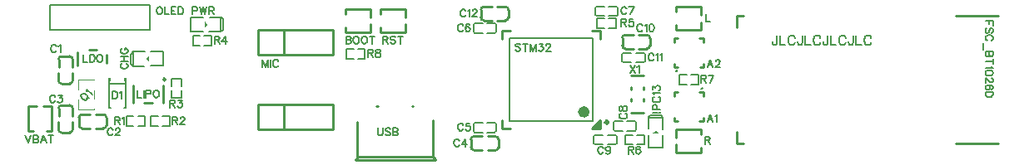
<source format=gto>
G04 Layer: TopSilkscreenLayer*
G04 EasyEDA v6.5.22, 2023-02-02 12:04:13*
G04 e40c6f2ac48d42a8ab01bc531f02f979,d89026aa57f64e8aa15d5895f5b481f1,10*
G04 Gerber Generator version 0.2*
G04 Scale: 100 percent, Rotated: No, Reflected: No *
G04 Dimensions in millimeters *
G04 leading zeros omitted , absolute positions ,4 integer and 5 decimal *
%FSLAX45Y45*%
%MOMM*%

%ADD10C,0.2032*%
%ADD11C,0.1500*%
%ADD12C,0.2540*%
%ADD13C,0.1524*%
%ADD14C,0.2030*%
%ADD15C,0.1250*%
%ADD16C,0.2000*%
%ADD17C,0.6000*%
%ADD18C,0.3000*%
%ADD19C,0.0189*%

%LPD*%
D10*
X7695524Y-349163D02*
G01*
X7695524Y-421807D01*
X7690952Y-435523D01*
X7686380Y-440095D01*
X7677236Y-444667D01*
X7668092Y-444667D01*
X7659202Y-440095D01*
X7654630Y-435523D01*
X7650058Y-421807D01*
X7650058Y-412663D01*
X7725496Y-349163D02*
G01*
X7725496Y-444667D01*
X7725496Y-444667D02*
G01*
X7780106Y-444667D01*
X7878150Y-371769D02*
G01*
X7873578Y-362625D01*
X7864434Y-353735D01*
X7855544Y-349163D01*
X7837256Y-349163D01*
X7828112Y-353735D01*
X7818968Y-362625D01*
X7814650Y-371769D01*
X7810078Y-385485D01*
X7810078Y-408091D01*
X7814650Y-421807D01*
X7818968Y-430951D01*
X7828112Y-440095D01*
X7837256Y-444667D01*
X7855544Y-444667D01*
X7864434Y-440095D01*
X7873578Y-430951D01*
X7878150Y-421807D01*
X7953588Y-349163D02*
G01*
X7953588Y-421807D01*
X7949016Y-435523D01*
X7944444Y-440095D01*
X7935554Y-444667D01*
X7926410Y-444667D01*
X7917266Y-440095D01*
X7912694Y-435523D01*
X7908122Y-421807D01*
X7908122Y-412663D01*
X7983560Y-349163D02*
G01*
X7983560Y-444667D01*
X7983560Y-444667D02*
G01*
X8038170Y-444667D01*
X8136468Y-371769D02*
G01*
X8131896Y-362625D01*
X8122752Y-353735D01*
X8113608Y-349163D01*
X8095320Y-349163D01*
X8086430Y-353735D01*
X8077286Y-362625D01*
X8072714Y-371769D01*
X8068142Y-385485D01*
X8068142Y-408091D01*
X8072714Y-421807D01*
X8077286Y-430951D01*
X8086430Y-440095D01*
X8095320Y-444667D01*
X8113608Y-444667D01*
X8122752Y-440095D01*
X8131896Y-430951D01*
X8136468Y-421807D01*
X8211906Y-349163D02*
G01*
X8211906Y-421807D01*
X8207334Y-435523D01*
X8202762Y-440095D01*
X8193618Y-444667D01*
X8184474Y-444667D01*
X8175330Y-440095D01*
X8171012Y-435523D01*
X8166440Y-421807D01*
X8166440Y-412663D01*
X8241878Y-349163D02*
G01*
X8241878Y-444667D01*
X8241878Y-444667D02*
G01*
X8296234Y-444667D01*
X8394532Y-371769D02*
G01*
X8389960Y-362625D01*
X8380816Y-353735D01*
X8371926Y-349163D01*
X8353638Y-349163D01*
X8344494Y-353735D01*
X8335350Y-362625D01*
X8330778Y-371769D01*
X8326460Y-385485D01*
X8326460Y-408091D01*
X8330778Y-421807D01*
X8335350Y-430951D01*
X8344494Y-440095D01*
X8353638Y-444667D01*
X8371926Y-444667D01*
X8380816Y-440095D01*
X8389960Y-430951D01*
X8394532Y-421807D01*
X8469970Y-349163D02*
G01*
X8469970Y-421807D01*
X8465398Y-435523D01*
X8460826Y-440095D01*
X8451682Y-444667D01*
X8442792Y-444667D01*
X8433648Y-440095D01*
X8429076Y-435523D01*
X8424504Y-421807D01*
X8424504Y-412663D01*
X8499942Y-349163D02*
G01*
X8499942Y-444667D01*
X8499942Y-444667D02*
G01*
X8554552Y-444667D01*
X8652596Y-371769D02*
G01*
X8648278Y-362625D01*
X8639134Y-353735D01*
X8629990Y-349163D01*
X8611702Y-349163D01*
X8602812Y-353735D01*
X8593668Y-362625D01*
X8589096Y-371769D01*
X8584524Y-385485D01*
X8584524Y-408091D01*
X8589096Y-421807D01*
X8593668Y-430951D01*
X8602812Y-440095D01*
X8611702Y-444667D01*
X8629990Y-444667D01*
X8639134Y-440095D01*
X8648278Y-430951D01*
X8652596Y-421807D01*
D11*
X3637534Y-1294384D02*
G01*
X3637534Y-1348739D01*
X3641090Y-1359662D01*
X3648456Y-1367028D01*
X3659377Y-1370584D01*
X3666490Y-1370584D01*
X3677411Y-1367028D01*
X3684777Y-1359662D01*
X3688334Y-1348739D01*
X3688334Y-1294384D01*
X3763263Y-1305305D02*
G01*
X3756152Y-1297939D01*
X3745229Y-1294384D01*
X3730497Y-1294384D01*
X3719575Y-1297939D01*
X3712463Y-1305305D01*
X3712463Y-1312418D01*
X3716020Y-1319784D01*
X3719575Y-1323339D01*
X3726941Y-1326895D01*
X3748786Y-1334262D01*
X3756152Y-1337818D01*
X3759708Y-1341628D01*
X3763263Y-1348739D01*
X3763263Y-1359662D01*
X3756152Y-1367028D01*
X3745229Y-1370584D01*
X3730497Y-1370584D01*
X3719575Y-1367028D01*
X3712463Y-1359662D01*
X3787393Y-1294384D02*
G01*
X3787393Y-1370584D01*
X3787393Y-1294384D02*
G01*
X3819906Y-1294384D01*
X3830827Y-1297939D01*
X3834638Y-1301495D01*
X3838193Y-1308862D01*
X3838193Y-1315973D01*
X3834638Y-1323339D01*
X3830827Y-1326895D01*
X3819906Y-1330705D01*
X3787393Y-1330705D02*
G01*
X3819906Y-1330705D01*
X3830827Y-1334262D01*
X3834638Y-1337818D01*
X3838193Y-1345184D01*
X3838193Y-1356105D01*
X3834638Y-1363471D01*
X3830827Y-1367028D01*
X3819906Y-1370584D01*
X3787393Y-1370584D01*
X4529569Y-100015D02*
G01*
X4526013Y-92649D01*
X4518647Y-85283D01*
X4511281Y-81727D01*
X4496803Y-81727D01*
X4489437Y-85283D01*
X4482325Y-92649D01*
X4478515Y-100015D01*
X4474959Y-110937D01*
X4474959Y-128971D01*
X4478515Y-139893D01*
X4482325Y-147259D01*
X4489437Y-154625D01*
X4496803Y-158181D01*
X4511281Y-158181D01*
X4518647Y-154625D01*
X4526013Y-147259D01*
X4529569Y-139893D01*
X4553445Y-96205D02*
G01*
X4560811Y-92649D01*
X4571733Y-81727D01*
X4571733Y-158181D01*
X4599419Y-100015D02*
G01*
X4599419Y-96205D01*
X4602975Y-89093D01*
X4606531Y-85283D01*
X4613897Y-81727D01*
X4628375Y-81727D01*
X4635741Y-85283D01*
X4639297Y-89093D01*
X4643107Y-96205D01*
X4643107Y-103571D01*
X4639297Y-110937D01*
X4632185Y-121859D01*
X4595609Y-158181D01*
X4646663Y-158181D01*
X962591Y-1181862D02*
G01*
X962591Y-1258062D01*
X962591Y-1181862D02*
G01*
X995103Y-1181862D01*
X1006025Y-1185418D01*
X1009835Y-1188973D01*
X1013391Y-1196339D01*
X1013391Y-1203705D01*
X1009835Y-1210818D01*
X1006025Y-1214373D01*
X995103Y-1218184D01*
X962591Y-1218184D01*
X987991Y-1218184D02*
G01*
X1013391Y-1258062D01*
X1037521Y-1196339D02*
G01*
X1044633Y-1192784D01*
X1055555Y-1181862D01*
X1055555Y-1258062D01*
X1549897Y-1181671D02*
G01*
X1549897Y-1258125D01*
X1549897Y-1181671D02*
G01*
X1582663Y-1181671D01*
X1593585Y-1185481D01*
X1597395Y-1189037D01*
X1600951Y-1196403D01*
X1600951Y-1203515D01*
X1597395Y-1210881D01*
X1593585Y-1214437D01*
X1582663Y-1218247D01*
X1549897Y-1218247D01*
X1575551Y-1218247D02*
G01*
X1600951Y-1258125D01*
X1628637Y-1199959D02*
G01*
X1628637Y-1196403D01*
X1632193Y-1189037D01*
X1635749Y-1185481D01*
X1643115Y-1181671D01*
X1657593Y-1181671D01*
X1664959Y-1185481D01*
X1668515Y-1189037D01*
X1672071Y-1196403D01*
X1672071Y-1203515D01*
X1668515Y-1210881D01*
X1661149Y-1221803D01*
X1624827Y-1258125D01*
X1675881Y-1258125D01*
X1975111Y-356753D02*
G01*
X1975111Y-433207D01*
X1975111Y-356753D02*
G01*
X2007623Y-356753D01*
X2018545Y-360309D01*
X2022355Y-364119D01*
X2025911Y-371231D01*
X2025911Y-378597D01*
X2022355Y-385963D01*
X2018545Y-389519D01*
X2007623Y-393075D01*
X1975111Y-393075D01*
X2000511Y-393075D02*
G01*
X2025911Y-433207D01*
X2086363Y-356753D02*
G01*
X2049787Y-407807D01*
X2104397Y-407807D01*
X2086363Y-356753D02*
G01*
X2086363Y-433207D01*
X6112416Y-181813D02*
G01*
X6112416Y-258013D01*
X6112416Y-181813D02*
G01*
X6145182Y-181813D01*
X6156104Y-185369D01*
X6159660Y-188925D01*
X6163470Y-196291D01*
X6163470Y-203657D01*
X6159660Y-210769D01*
X6156104Y-214579D01*
X6145182Y-218135D01*
X6112416Y-218135D01*
X6137816Y-218135D02*
G01*
X6163470Y-258013D01*
X6231034Y-181813D02*
G01*
X6194712Y-181813D01*
X6191156Y-214579D01*
X6194712Y-210769D01*
X6205634Y-207213D01*
X6216556Y-207213D01*
X6227478Y-210769D01*
X6234590Y-218135D01*
X6238400Y-229057D01*
X6238400Y-236423D01*
X6234590Y-247345D01*
X6227478Y-254457D01*
X6216556Y-258013D01*
X6205634Y-258013D01*
X6194712Y-254457D01*
X6191156Y-250901D01*
X6187346Y-243535D01*
X6187376Y-1481772D02*
G01*
X6187376Y-1558226D01*
X6187376Y-1481772D02*
G01*
X6220142Y-1481772D01*
X6231064Y-1485328D01*
X6234874Y-1489138D01*
X6238430Y-1496250D01*
X6238430Y-1503616D01*
X6234874Y-1510982D01*
X6231064Y-1514538D01*
X6220142Y-1518094D01*
X6187376Y-1518094D01*
X6213030Y-1518094D02*
G01*
X6238430Y-1558226D01*
X6305994Y-1492694D02*
G01*
X6302438Y-1485328D01*
X6291516Y-1481772D01*
X6284150Y-1481772D01*
X6273228Y-1485328D01*
X6266116Y-1496250D01*
X6262306Y-1514538D01*
X6262306Y-1532572D01*
X6266116Y-1547304D01*
X6273228Y-1554416D01*
X6284150Y-1558226D01*
X6287960Y-1558226D01*
X6298882Y-1554416D01*
X6305994Y-1547304D01*
X6309550Y-1536382D01*
X6309550Y-1532572D01*
X6305994Y-1521650D01*
X6298882Y-1514538D01*
X6287960Y-1510982D01*
X6284150Y-1510982D01*
X6273228Y-1514538D01*
X6266116Y-1521650D01*
X6262306Y-1532572D01*
X6924997Y-756838D02*
G01*
X6924997Y-833038D01*
X6924997Y-756838D02*
G01*
X6957763Y-756838D01*
X6968685Y-760394D01*
X6972241Y-763950D01*
X6975797Y-771316D01*
X6975797Y-778682D01*
X6972241Y-785794D01*
X6968685Y-789604D01*
X6957763Y-793160D01*
X6924997Y-793160D01*
X6950397Y-793160D02*
G01*
X6975797Y-833038D01*
X7050727Y-756838D02*
G01*
X7014405Y-833038D01*
X6999927Y-756838D02*
G01*
X7050727Y-756838D01*
X3537379Y-494289D02*
G01*
X3537379Y-570743D01*
X3537379Y-494289D02*
G01*
X3570145Y-494289D01*
X3581067Y-497845D01*
X3584877Y-501655D01*
X3588433Y-508767D01*
X3588433Y-516133D01*
X3584877Y-523245D01*
X3581067Y-527055D01*
X3570145Y-530611D01*
X3537379Y-530611D01*
X3563033Y-530611D02*
G01*
X3588433Y-570743D01*
X3630597Y-494289D02*
G01*
X3619675Y-497845D01*
X3616119Y-505211D01*
X3616119Y-512577D01*
X3619675Y-519689D01*
X3627041Y-523245D01*
X3641519Y-527055D01*
X3652441Y-530611D01*
X3659553Y-537977D01*
X3663363Y-545089D01*
X3663363Y-556011D01*
X3659553Y-563377D01*
X3655997Y-566933D01*
X3645075Y-570743D01*
X3630597Y-570743D01*
X3619675Y-566933D01*
X3616119Y-563377D01*
X3612309Y-556011D01*
X3612309Y-545089D01*
X3616119Y-537977D01*
X3623231Y-530611D01*
X3634153Y-527055D01*
X3648885Y-523245D01*
X3655997Y-519689D01*
X3659553Y-512577D01*
X3659553Y-505211D01*
X3655997Y-497845D01*
X3645075Y-494289D01*
X3630597Y-494289D01*
X1525013Y-1006729D02*
G01*
X1525013Y-1083182D01*
X1525013Y-1006729D02*
G01*
X1557779Y-1006729D01*
X1568701Y-1010285D01*
X1572257Y-1014095D01*
X1575813Y-1021206D01*
X1575813Y-1028572D01*
X1572257Y-1035938D01*
X1568701Y-1039495D01*
X1557779Y-1043051D01*
X1525013Y-1043051D01*
X1550413Y-1043051D02*
G01*
X1575813Y-1083182D01*
X1607055Y-1006729D02*
G01*
X1647187Y-1006729D01*
X1625343Y-1035938D01*
X1636265Y-1035938D01*
X1643631Y-1039495D01*
X1647187Y-1043051D01*
X1650743Y-1053972D01*
X1650743Y-1061338D01*
X1647187Y-1072261D01*
X1639821Y-1079372D01*
X1628899Y-1083182D01*
X1617977Y-1083182D01*
X1607055Y-1079372D01*
X1603499Y-1075817D01*
X1599943Y-1068704D01*
X6431714Y-1133952D02*
G01*
X6482768Y-1133952D01*
X6500802Y-1133952D02*
G01*
X6504612Y-1137508D01*
X6508168Y-1133952D01*
X6504612Y-1130142D01*
X6500802Y-1133952D01*
X6431714Y-1106266D02*
G01*
X6508168Y-1106266D01*
X6431714Y-1106266D02*
G01*
X6431714Y-1073500D01*
X6435270Y-1062578D01*
X6439080Y-1059022D01*
X6446192Y-1055212D01*
X6457114Y-1055212D01*
X6464480Y-1059022D01*
X6468036Y-1062578D01*
X6471846Y-1073500D01*
X6471846Y-1106266D01*
X6450002Y-976726D02*
G01*
X6442636Y-980282D01*
X6435270Y-987648D01*
X6431714Y-995014D01*
X6431714Y-1009492D01*
X6435270Y-1016858D01*
X6442636Y-1023970D01*
X6450002Y-1027780D01*
X6460924Y-1031336D01*
X6478958Y-1031336D01*
X6489880Y-1027780D01*
X6497246Y-1023970D01*
X6504612Y-1016858D01*
X6508168Y-1009492D01*
X6508168Y-995014D01*
X6504612Y-987648D01*
X6497246Y-980282D01*
X6489880Y-976726D01*
X6446192Y-952850D02*
G01*
X6442636Y-945484D01*
X6431714Y-934562D01*
X6508168Y-934562D01*
X6431714Y-903320D02*
G01*
X6431714Y-863442D01*
X6460924Y-885032D01*
X6460924Y-874110D01*
X6464480Y-866998D01*
X6468036Y-863442D01*
X6478958Y-859632D01*
X6486324Y-859632D01*
X6497246Y-863442D01*
X6504612Y-870554D01*
X6508168Y-881476D01*
X6508168Y-892398D01*
X6504612Y-903320D01*
X6500802Y-906876D01*
X6493690Y-910686D01*
X1037513Y-632899D02*
G01*
X1030147Y-636709D01*
X1022781Y-643821D01*
X1019225Y-651187D01*
X1019225Y-665665D01*
X1022781Y-673031D01*
X1030147Y-680143D01*
X1037513Y-683953D01*
X1048435Y-687509D01*
X1066469Y-687509D01*
X1077391Y-683953D01*
X1084757Y-680143D01*
X1092123Y-673031D01*
X1095679Y-665665D01*
X1095679Y-651187D01*
X1092123Y-643821D01*
X1084757Y-636709D01*
X1077391Y-632899D01*
X1019225Y-609023D02*
G01*
X1095679Y-609023D01*
X1019225Y-557969D02*
G01*
X1095679Y-557969D01*
X1055547Y-609023D02*
G01*
X1055547Y-557969D01*
X1037513Y-479483D02*
G01*
X1030147Y-483039D01*
X1022781Y-490405D01*
X1019225Y-497771D01*
X1019225Y-512249D01*
X1022781Y-519615D01*
X1030147Y-526727D01*
X1037513Y-530283D01*
X1048435Y-534093D01*
X1066469Y-534093D01*
X1077391Y-530283D01*
X1084757Y-526727D01*
X1092123Y-519615D01*
X1095679Y-512249D01*
X1095679Y-497771D01*
X1092123Y-490405D01*
X1084757Y-483039D01*
X1077391Y-479483D01*
X1066469Y-479483D01*
X1066469Y-497771D02*
G01*
X1066469Y-479483D01*
X1749986Y-56728D02*
G01*
X1749986Y-133182D01*
X1749986Y-56728D02*
G01*
X1782752Y-56728D01*
X1793674Y-60284D01*
X1797230Y-64094D01*
X1800786Y-71206D01*
X1800786Y-82128D01*
X1797230Y-89494D01*
X1793674Y-93050D01*
X1782752Y-96860D01*
X1749986Y-96860D01*
X1824916Y-56728D02*
G01*
X1843204Y-133182D01*
X1861238Y-56728D02*
G01*
X1843204Y-133182D01*
X1861238Y-56728D02*
G01*
X1879526Y-133182D01*
X1897560Y-56728D02*
G01*
X1879526Y-133182D01*
X1921690Y-56728D02*
G01*
X1921690Y-133182D01*
X1921690Y-56728D02*
G01*
X1954456Y-56728D01*
X1965378Y-60284D01*
X1968934Y-64094D01*
X1972490Y-71206D01*
X1972490Y-78572D01*
X1968934Y-85938D01*
X1965378Y-89494D01*
X1954456Y-93050D01*
X1921690Y-93050D01*
X1947090Y-93050D02*
G01*
X1972490Y-133182D01*
X7016691Y-1156726D02*
G01*
X6987481Y-1233180D01*
X7016691Y-1156726D02*
G01*
X7045647Y-1233180D01*
X6998403Y-1207780D02*
G01*
X7034725Y-1207780D01*
X7069777Y-1171204D02*
G01*
X7076889Y-1167648D01*
X7087811Y-1156726D01*
X7087811Y-1233180D01*
X7016691Y-594230D02*
G01*
X6987481Y-670681D01*
X7016691Y-594230D02*
G01*
X7045647Y-670681D01*
X6998403Y-645281D02*
G01*
X7034725Y-645281D01*
X7073333Y-612515D02*
G01*
X7073333Y-608708D01*
X7076889Y-601596D01*
X7080699Y-597783D01*
X7087811Y-594230D01*
X7102289Y-594230D01*
X7109655Y-597783D01*
X7113211Y-601596D01*
X7117021Y-608708D01*
X7117021Y-616074D01*
X7113211Y-623440D01*
X7106099Y-634362D01*
X7069777Y-670681D01*
X7120577Y-670681D01*
X3312495Y-356727D02*
G01*
X3312495Y-433181D01*
X3312495Y-356727D02*
G01*
X3345261Y-356727D01*
X3356183Y-360283D01*
X3359739Y-364093D01*
X3363295Y-371205D01*
X3363295Y-378571D01*
X3359739Y-385937D01*
X3356183Y-389493D01*
X3345261Y-393049D01*
X3312495Y-393049D02*
G01*
X3345261Y-393049D01*
X3356183Y-396859D01*
X3359739Y-400415D01*
X3363295Y-407781D01*
X3363295Y-418703D01*
X3359739Y-425815D01*
X3356183Y-429625D01*
X3345261Y-433181D01*
X3312495Y-433181D01*
X3409269Y-356727D02*
G01*
X3401903Y-360283D01*
X3394791Y-367649D01*
X3390981Y-375015D01*
X3387425Y-385937D01*
X3387425Y-403971D01*
X3390981Y-414893D01*
X3394791Y-422259D01*
X3401903Y-429625D01*
X3409269Y-433181D01*
X3423747Y-433181D01*
X3431113Y-429625D01*
X3438225Y-422259D01*
X3442035Y-414893D01*
X3445591Y-403971D01*
X3445591Y-385937D01*
X3442035Y-375015D01*
X3438225Y-367649D01*
X3431113Y-360283D01*
X3423747Y-356727D01*
X3409269Y-356727D01*
X3491311Y-356727D02*
G01*
X3484199Y-360283D01*
X3476833Y-367649D01*
X3473277Y-375015D01*
X3469467Y-385937D01*
X3469467Y-403971D01*
X3473277Y-414893D01*
X3476833Y-422259D01*
X3484199Y-429625D01*
X3491311Y-433181D01*
X3506043Y-433181D01*
X3513155Y-429625D01*
X3520521Y-422259D01*
X3524077Y-414893D01*
X3527887Y-403971D01*
X3527887Y-385937D01*
X3524077Y-375015D01*
X3520521Y-367649D01*
X3513155Y-360283D01*
X3506043Y-356727D01*
X3491311Y-356727D01*
X3577163Y-356727D02*
G01*
X3577163Y-433181D01*
X3551763Y-356727D02*
G01*
X3602563Y-356727D01*
X6974987Y-131721D02*
G01*
X6974987Y-208175D01*
X6974987Y-208175D02*
G01*
X7018675Y-208175D01*
X6962485Y-1381716D02*
G01*
X6962485Y-1458170D01*
X6962485Y-1381716D02*
G01*
X6995251Y-1381716D01*
X7006173Y-1385272D01*
X7009729Y-1389082D01*
X7013285Y-1396194D01*
X7013285Y-1403560D01*
X7009729Y-1410926D01*
X7006173Y-1414482D01*
X6995251Y-1418038D01*
X6962485Y-1418038D01*
X6987885Y-1418038D02*
G01*
X7013285Y-1458170D01*
X3687493Y-356727D02*
G01*
X3687493Y-433181D01*
X3687493Y-356727D02*
G01*
X3720259Y-356727D01*
X3731181Y-360283D01*
X3734737Y-364093D01*
X3738293Y-371205D01*
X3738293Y-378571D01*
X3734737Y-385937D01*
X3731181Y-389493D01*
X3720259Y-393049D01*
X3687493Y-393049D01*
X3712893Y-393049D02*
G01*
X3738293Y-433181D01*
X3813223Y-367649D02*
G01*
X3806111Y-360283D01*
X3795189Y-356727D01*
X3780457Y-356727D01*
X3769789Y-360283D01*
X3762423Y-367649D01*
X3762423Y-375015D01*
X3765979Y-382127D01*
X3769789Y-385937D01*
X3776901Y-389493D01*
X3798745Y-396859D01*
X3806111Y-400415D01*
X3809667Y-403971D01*
X3813223Y-411337D01*
X3813223Y-422259D01*
X3806111Y-429625D01*
X3795189Y-433181D01*
X3780457Y-433181D01*
X3769789Y-429625D01*
X3762423Y-422259D01*
X3862753Y-356727D02*
G01*
X3862753Y-433181D01*
X3837353Y-356727D02*
G01*
X3888153Y-356727D01*
X49999Y-1369225D02*
G01*
X79209Y-1445679D01*
X108165Y-1369225D02*
G01*
X79209Y-1445679D01*
X132295Y-1369225D02*
G01*
X132295Y-1445679D01*
X132295Y-1369225D02*
G01*
X164807Y-1369225D01*
X175729Y-1372781D01*
X179539Y-1376591D01*
X183095Y-1383703D01*
X183095Y-1391069D01*
X179539Y-1398435D01*
X175729Y-1401991D01*
X164807Y-1405547D01*
X132295Y-1405547D02*
G01*
X164807Y-1405547D01*
X175729Y-1409357D01*
X179539Y-1412913D01*
X183095Y-1420279D01*
X183095Y-1431201D01*
X179539Y-1438313D01*
X175729Y-1442123D01*
X164807Y-1445679D01*
X132295Y-1445679D01*
X236181Y-1369225D02*
G01*
X206971Y-1445679D01*
X236181Y-1369225D02*
G01*
X265391Y-1445679D01*
X217893Y-1420279D02*
G01*
X254469Y-1420279D01*
X314667Y-1369225D02*
G01*
X314667Y-1445679D01*
X289267Y-1369225D02*
G01*
X340067Y-1369225D01*
X367024Y-462523D02*
G01*
X363468Y-455157D01*
X356102Y-447791D01*
X348990Y-444235D01*
X334258Y-444235D01*
X327146Y-447791D01*
X319780Y-455157D01*
X316224Y-462523D01*
X312414Y-473445D01*
X312414Y-491479D01*
X316224Y-502401D01*
X319780Y-509767D01*
X327146Y-517133D01*
X334258Y-520689D01*
X348990Y-520689D01*
X356102Y-517133D01*
X363468Y-509767D01*
X367024Y-502401D01*
X391154Y-458713D02*
G01*
X398266Y-455157D01*
X409188Y-444235D01*
X409188Y-520689D01*
X942019Y-1312511D02*
G01*
X938463Y-1305145D01*
X931097Y-1297779D01*
X923985Y-1294223D01*
X909253Y-1294223D01*
X902141Y-1297779D01*
X894775Y-1305145D01*
X891219Y-1312511D01*
X887409Y-1323433D01*
X887409Y-1341467D01*
X891219Y-1352389D01*
X894775Y-1359755D01*
X902141Y-1367121D01*
X909253Y-1370677D01*
X923985Y-1370677D01*
X931097Y-1367121D01*
X938463Y-1359755D01*
X942019Y-1352389D01*
X969705Y-1312511D02*
G01*
X969705Y-1308701D01*
X973261Y-1301589D01*
X977071Y-1297779D01*
X984183Y-1294223D01*
X998661Y-1294223D01*
X1006027Y-1297779D01*
X1009583Y-1301589D01*
X1013393Y-1308701D01*
X1013393Y-1316067D01*
X1009583Y-1323433D01*
X1002471Y-1334355D01*
X966149Y-1370677D01*
X1016949Y-1370677D01*
X354523Y-975012D02*
G01*
X350967Y-967646D01*
X343601Y-960280D01*
X336489Y-956724D01*
X321757Y-956724D01*
X314645Y-960280D01*
X307279Y-967646D01*
X303723Y-975012D01*
X299913Y-985934D01*
X299913Y-1003968D01*
X303723Y-1014890D01*
X307279Y-1022256D01*
X314645Y-1029622D01*
X321757Y-1033178D01*
X336489Y-1033178D01*
X343601Y-1029622D01*
X350967Y-1022256D01*
X354523Y-1014890D01*
X385765Y-956724D02*
G01*
X425897Y-956724D01*
X404053Y-985934D01*
X414975Y-985934D01*
X422087Y-989490D01*
X425897Y-993046D01*
X429453Y-1003968D01*
X429453Y-1011334D01*
X425897Y-1022256D01*
X418531Y-1029622D01*
X407609Y-1033178D01*
X396687Y-1033178D01*
X385765Y-1029622D01*
X382209Y-1025812D01*
X378653Y-1018700D01*
X4467014Y-1425013D02*
G01*
X4463458Y-1417647D01*
X4456092Y-1410281D01*
X4448980Y-1406725D01*
X4434248Y-1406725D01*
X4427136Y-1410281D01*
X4419770Y-1417647D01*
X4416214Y-1425013D01*
X4412404Y-1435935D01*
X4412404Y-1453969D01*
X4416214Y-1464891D01*
X4419770Y-1472257D01*
X4427136Y-1479623D01*
X4434248Y-1483179D01*
X4448980Y-1483179D01*
X4456092Y-1479623D01*
X4463458Y-1472257D01*
X4467014Y-1464891D01*
X4527466Y-1406725D02*
G01*
X4491144Y-1457779D01*
X4545500Y-1457779D01*
X4527466Y-1406725D02*
G01*
X4527466Y-1483179D01*
X6329512Y-250014D02*
G01*
X6325956Y-242648D01*
X6318590Y-235282D01*
X6311478Y-231726D01*
X6296746Y-231726D01*
X6289634Y-235282D01*
X6282268Y-242648D01*
X6278712Y-250014D01*
X6274902Y-260936D01*
X6274902Y-278970D01*
X6278712Y-289892D01*
X6282268Y-297258D01*
X6289634Y-304624D01*
X6296746Y-308180D01*
X6311478Y-308180D01*
X6318590Y-304624D01*
X6325956Y-297258D01*
X6329512Y-289892D01*
X6353642Y-246204D02*
G01*
X6360754Y-242648D01*
X6371676Y-231726D01*
X6371676Y-308180D01*
X6417650Y-231726D02*
G01*
X6406728Y-235282D01*
X6399362Y-246204D01*
X6395806Y-264492D01*
X6395806Y-275414D01*
X6399362Y-293702D01*
X6406728Y-304624D01*
X6417650Y-308180D01*
X6424762Y-308180D01*
X6435684Y-304624D01*
X6443050Y-293702D01*
X6446606Y-275414D01*
X6446606Y-264492D01*
X6443050Y-246204D01*
X6435684Y-235282D01*
X6424762Y-231726D01*
X6417650Y-231726D01*
X4504568Y-1262514D02*
G01*
X4501012Y-1255148D01*
X4493646Y-1247782D01*
X4486280Y-1244226D01*
X4471802Y-1244226D01*
X4464436Y-1247782D01*
X4457324Y-1255148D01*
X4453514Y-1262514D01*
X4449958Y-1273436D01*
X4449958Y-1291470D01*
X4453514Y-1302392D01*
X4457324Y-1309758D01*
X4464436Y-1317124D01*
X4471802Y-1320680D01*
X4486280Y-1320680D01*
X4493646Y-1317124D01*
X4501012Y-1309758D01*
X4504568Y-1302392D01*
X4572132Y-1244226D02*
G01*
X4535810Y-1244226D01*
X4532254Y-1276992D01*
X4535810Y-1273436D01*
X4546732Y-1269626D01*
X4557654Y-1269626D01*
X4568576Y-1273436D01*
X4575688Y-1280548D01*
X4579498Y-1291470D01*
X4579498Y-1298836D01*
X4575688Y-1309758D01*
X4568576Y-1317124D01*
X4557654Y-1320680D01*
X4546732Y-1320680D01*
X4535810Y-1317124D01*
X4532254Y-1313314D01*
X4528444Y-1306202D01*
X4504568Y-250014D02*
G01*
X4501012Y-242648D01*
X4493646Y-235282D01*
X4486280Y-231726D01*
X4471802Y-231726D01*
X4464436Y-235282D01*
X4457324Y-242648D01*
X4453514Y-250014D01*
X4449958Y-260936D01*
X4449958Y-278970D01*
X4453514Y-289892D01*
X4457324Y-297258D01*
X4464436Y-304624D01*
X4471802Y-308180D01*
X4486280Y-308180D01*
X4493646Y-304624D01*
X4501012Y-297258D01*
X4504568Y-289892D01*
X4572132Y-242648D02*
G01*
X4568576Y-235282D01*
X4557654Y-231726D01*
X4550288Y-231726D01*
X4539366Y-235282D01*
X4532254Y-246204D01*
X4528444Y-264492D01*
X4528444Y-282780D01*
X4532254Y-297258D01*
X4539366Y-304624D01*
X4550288Y-308180D01*
X4554098Y-308180D01*
X4565020Y-304624D01*
X4572132Y-297258D01*
X4575688Y-286336D01*
X4575688Y-282780D01*
X4572132Y-271858D01*
X4565020Y-264492D01*
X4554098Y-260936D01*
X4550288Y-260936D01*
X4539366Y-264492D01*
X4532254Y-271858D01*
X4528444Y-282780D01*
X6167064Y-75016D02*
G01*
X6163508Y-67650D01*
X6156142Y-60284D01*
X6148776Y-56728D01*
X6134298Y-56728D01*
X6126932Y-60284D01*
X6119820Y-67650D01*
X6116010Y-75016D01*
X6112454Y-85938D01*
X6112454Y-103972D01*
X6116010Y-114894D01*
X6119820Y-122260D01*
X6126932Y-129626D01*
X6134298Y-133182D01*
X6148776Y-133182D01*
X6156142Y-129626D01*
X6163508Y-122260D01*
X6167064Y-114894D01*
X6241994Y-56728D02*
G01*
X6205672Y-133182D01*
X6190940Y-56728D02*
G01*
X6241994Y-56728D01*
X6112502Y-1145420D02*
G01*
X6105136Y-1148976D01*
X6097770Y-1156342D01*
X6094214Y-1163708D01*
X6094214Y-1178186D01*
X6097770Y-1185552D01*
X6105136Y-1192664D01*
X6112502Y-1196474D01*
X6123424Y-1200030D01*
X6141458Y-1200030D01*
X6152380Y-1196474D01*
X6159746Y-1192664D01*
X6167112Y-1185552D01*
X6170668Y-1178186D01*
X6170668Y-1163708D01*
X6167112Y-1156342D01*
X6159746Y-1148976D01*
X6152380Y-1145420D01*
X6094214Y-1103256D02*
G01*
X6097770Y-1114178D01*
X6105136Y-1117734D01*
X6112502Y-1117734D01*
X6119614Y-1114178D01*
X6123424Y-1106812D01*
X6126980Y-1092334D01*
X6130536Y-1081412D01*
X6137902Y-1074300D01*
X6145268Y-1070490D01*
X6156190Y-1070490D01*
X6163302Y-1074300D01*
X6167112Y-1077856D01*
X6170668Y-1088778D01*
X6170668Y-1103256D01*
X6167112Y-1114178D01*
X6163302Y-1117734D01*
X6156190Y-1121544D01*
X6145268Y-1121544D01*
X6137902Y-1117734D01*
X6130536Y-1110622D01*
X6126980Y-1099700D01*
X6123424Y-1084968D01*
X6119614Y-1077856D01*
X6112502Y-1074300D01*
X6105136Y-1074300D01*
X6097770Y-1077856D01*
X6094214Y-1088778D01*
X6094214Y-1103256D01*
X5929566Y-1500012D02*
G01*
X5926010Y-1492646D01*
X5918644Y-1485280D01*
X5911278Y-1481724D01*
X5896800Y-1481724D01*
X5889434Y-1485280D01*
X5882322Y-1492646D01*
X5878512Y-1500012D01*
X5874956Y-1510934D01*
X5874956Y-1528968D01*
X5878512Y-1539890D01*
X5882322Y-1547256D01*
X5889434Y-1554622D01*
X5896800Y-1558178D01*
X5911278Y-1558178D01*
X5918644Y-1554622D01*
X5926010Y-1547256D01*
X5929566Y-1539890D01*
X6000686Y-1507124D02*
G01*
X5997130Y-1518046D01*
X5990018Y-1525412D01*
X5979096Y-1528968D01*
X5975286Y-1528968D01*
X5964364Y-1525412D01*
X5957252Y-1518046D01*
X5953442Y-1507124D01*
X5953442Y-1503568D01*
X5957252Y-1492646D01*
X5964364Y-1485280D01*
X5975286Y-1481724D01*
X5979096Y-1481724D01*
X5990018Y-1485280D01*
X5997130Y-1492646D01*
X6000686Y-1507124D01*
X6000686Y-1525412D01*
X5997130Y-1543700D01*
X5990018Y-1554622D01*
X5979096Y-1558178D01*
X5971730Y-1558178D01*
X5960808Y-1554622D01*
X5957252Y-1547256D01*
X6442064Y-550014D02*
G01*
X6438508Y-542648D01*
X6431142Y-535282D01*
X6423776Y-531726D01*
X6409298Y-531726D01*
X6401932Y-535282D01*
X6394820Y-542648D01*
X6391010Y-550014D01*
X6387454Y-560936D01*
X6387454Y-578970D01*
X6391010Y-589892D01*
X6394820Y-597258D01*
X6401932Y-604624D01*
X6409298Y-608180D01*
X6423776Y-608180D01*
X6431142Y-604624D01*
X6438508Y-597258D01*
X6442064Y-589892D01*
X6465940Y-546204D02*
G01*
X6473306Y-542648D01*
X6484228Y-531726D01*
X6484228Y-608180D01*
X6508104Y-546204D02*
G01*
X6515470Y-542648D01*
X6526392Y-531726D01*
X6526392Y-608180D01*
X937414Y-919226D02*
G01*
X937414Y-995679D01*
X937414Y-919226D02*
G01*
X963068Y-919226D01*
X973736Y-922781D01*
X981102Y-930147D01*
X984658Y-937513D01*
X988468Y-948436D01*
X988468Y-966470D01*
X984658Y-977392D01*
X981102Y-984757D01*
X973736Y-992123D01*
X963068Y-995679D01*
X937414Y-995679D01*
X1012344Y-933704D02*
G01*
X1019710Y-930147D01*
X1030632Y-919226D01*
X1030632Y-995679D01*
X637567Y-544225D02*
G01*
X637567Y-620679D01*
X637567Y-620679D02*
G01*
X681255Y-620679D01*
X705131Y-544225D02*
G01*
X705131Y-620679D01*
X705131Y-544225D02*
G01*
X730531Y-544225D01*
X741453Y-547781D01*
X748819Y-555147D01*
X752375Y-562513D01*
X755931Y-573435D01*
X755931Y-591469D01*
X752375Y-602391D01*
X748819Y-609757D01*
X741453Y-617123D01*
X730531Y-620679D01*
X705131Y-620679D01*
X801905Y-544225D02*
G01*
X794539Y-547781D01*
X787427Y-555147D01*
X783617Y-562513D01*
X780061Y-573435D01*
X780061Y-591469D01*
X783617Y-602391D01*
X787427Y-609757D01*
X794539Y-617123D01*
X801905Y-620679D01*
X816383Y-620679D01*
X823749Y-617123D01*
X830861Y-609757D01*
X834671Y-602391D01*
X838227Y-591469D01*
X838227Y-573435D01*
X834671Y-562513D01*
X830861Y-555147D01*
X823749Y-547781D01*
X816383Y-544225D01*
X801905Y-544225D01*
X1187612Y-906724D02*
G01*
X1187612Y-983178D01*
X1187612Y-983178D02*
G01*
X1231046Y-983178D01*
X1255176Y-906724D02*
G01*
X1255176Y-983178D01*
X1279052Y-906724D02*
G01*
X1279052Y-983178D01*
X1279052Y-906724D02*
G01*
X1311818Y-906724D01*
X1322740Y-910280D01*
X1326296Y-914090D01*
X1330106Y-921202D01*
X1330106Y-932124D01*
X1326296Y-939490D01*
X1322740Y-943046D01*
X1311818Y-946856D01*
X1279052Y-946856D01*
X1375826Y-906724D02*
G01*
X1368460Y-910280D01*
X1361348Y-917646D01*
X1357792Y-925012D01*
X1353982Y-935934D01*
X1353982Y-953968D01*
X1357792Y-964890D01*
X1361348Y-972256D01*
X1368460Y-979622D01*
X1375826Y-983178D01*
X1390304Y-983178D01*
X1397670Y-979622D01*
X1405036Y-972256D01*
X1408592Y-964890D01*
X1412148Y-953968D01*
X1412148Y-935934D01*
X1408592Y-925012D01*
X1405036Y-917646D01*
X1397670Y-910280D01*
X1390304Y-906724D01*
X1375826Y-906724D01*
X2462494Y-594227D02*
G01*
X2462494Y-670681D01*
X2462494Y-594227D02*
G01*
X2491704Y-670681D01*
X2520660Y-594227D02*
G01*
X2491704Y-670681D01*
X2520660Y-594227D02*
G01*
X2520660Y-670681D01*
X2544790Y-594227D02*
G01*
X2544790Y-670681D01*
X2623276Y-612515D02*
G01*
X2619466Y-605149D01*
X2612354Y-597783D01*
X2604988Y-594227D01*
X2590510Y-594227D01*
X2583144Y-597783D01*
X2576032Y-605149D01*
X2572222Y-612515D01*
X2568666Y-623437D01*
X2568666Y-641471D01*
X2572222Y-652393D01*
X2576032Y-659759D01*
X2583144Y-667125D01*
X2590510Y-670681D01*
X2604988Y-670681D01*
X2612354Y-667125D01*
X2619466Y-659759D01*
X2623276Y-652393D01*
X1409341Y-56728D02*
G01*
X1401975Y-60284D01*
X1394863Y-67650D01*
X1391053Y-75016D01*
X1387497Y-85938D01*
X1387497Y-103972D01*
X1391053Y-114894D01*
X1394863Y-122260D01*
X1401975Y-129626D01*
X1409341Y-133182D01*
X1423819Y-133182D01*
X1431185Y-129626D01*
X1438297Y-122260D01*
X1442107Y-114894D01*
X1445663Y-103972D01*
X1445663Y-85938D01*
X1442107Y-75016D01*
X1438297Y-67650D01*
X1431185Y-60284D01*
X1423819Y-56728D01*
X1409341Y-56728D01*
X1469793Y-56728D02*
G01*
X1469793Y-133182D01*
X1469793Y-133182D02*
G01*
X1513227Y-133182D01*
X1537357Y-56728D02*
G01*
X1537357Y-133182D01*
X1537357Y-56728D02*
G01*
X1584601Y-56728D01*
X1537357Y-93050D02*
G01*
X1566313Y-93050D01*
X1537357Y-133182D02*
G01*
X1584601Y-133182D01*
X1608477Y-56728D02*
G01*
X1608477Y-133182D01*
X1608477Y-56728D02*
G01*
X1634131Y-56728D01*
X1645053Y-60284D01*
X1652165Y-67650D01*
X1655975Y-75016D01*
X1659531Y-85938D01*
X1659531Y-103972D01*
X1655975Y-114894D01*
X1652165Y-122260D01*
X1645053Y-129626D01*
X1634131Y-133182D01*
X1608477Y-133182D01*
X620816Y-952449D02*
G01*
X618124Y-960170D01*
X618302Y-970409D01*
X620816Y-978311D01*
X626026Y-988550D01*
X638776Y-1001301D01*
X649015Y-1006510D01*
X656917Y-1009025D01*
X667156Y-1009202D01*
X674878Y-1006510D01*
X685116Y-996271D01*
X687809Y-988550D01*
X687631Y-978311D01*
X685116Y-970409D01*
X679907Y-960170D01*
X667156Y-947420D01*
X656917Y-942210D01*
X649015Y-939695D01*
X638776Y-939518D01*
X631055Y-942210D01*
X620816Y-952449D01*
X672363Y-988550D02*
G01*
X703077Y-988369D01*
X673801Y-919939D02*
G01*
X676315Y-912395D01*
X676315Y-896950D01*
X730377Y-951011D01*
X5088458Y-442648D02*
G01*
X5081092Y-435282D01*
X5070170Y-431726D01*
X5055692Y-431726D01*
X5044770Y-435282D01*
X5037404Y-442648D01*
X5037404Y-450014D01*
X5041214Y-457126D01*
X5044770Y-460936D01*
X5052136Y-464492D01*
X5073980Y-471858D01*
X5081092Y-475414D01*
X5084648Y-478970D01*
X5088458Y-486336D01*
X5088458Y-497258D01*
X5081092Y-504624D01*
X5070170Y-508180D01*
X5055692Y-508180D01*
X5044770Y-504624D01*
X5037404Y-497258D01*
X5137734Y-431726D02*
G01*
X5137734Y-508180D01*
X5112334Y-431726D02*
G01*
X5163388Y-431726D01*
X5187264Y-431726D02*
G01*
X5187264Y-508180D01*
X5187264Y-431726D02*
G01*
X5216474Y-508180D01*
X5245430Y-431726D02*
G01*
X5216474Y-508180D01*
X5245430Y-431726D02*
G01*
X5245430Y-508180D01*
X5276672Y-431726D02*
G01*
X5316804Y-431726D01*
X5294960Y-460936D01*
X5305882Y-460936D01*
X5313248Y-464492D01*
X5316804Y-468048D01*
X5320360Y-478970D01*
X5320360Y-486336D01*
X5316804Y-497258D01*
X5309438Y-504624D01*
X5298516Y-508180D01*
X5287594Y-508180D01*
X5276672Y-504624D01*
X5273116Y-500814D01*
X5269560Y-493702D01*
X5348046Y-450014D02*
G01*
X5348046Y-446204D01*
X5351602Y-439092D01*
X5355412Y-435282D01*
X5362524Y-431726D01*
X5377002Y-431726D01*
X5384368Y-435282D01*
X5387924Y-439092D01*
X5391734Y-446204D01*
X5391734Y-453570D01*
X5387924Y-460936D01*
X5380812Y-471858D01*
X5344490Y-508180D01*
X5395290Y-508180D01*
X6199985Y-656727D02*
G01*
X6250785Y-733181D01*
X6250785Y-656727D02*
G01*
X6199985Y-733181D01*
X6274915Y-671205D02*
G01*
X6282281Y-667649D01*
X6293203Y-656727D01*
X6293203Y-733181D01*
X9893216Y-199956D02*
G01*
X9816762Y-199956D01*
X9893216Y-199956D02*
G01*
X9893216Y-247200D01*
X9856894Y-199956D02*
G01*
X9856894Y-229166D01*
X9882294Y-322130D02*
G01*
X9889660Y-315018D01*
X9893216Y-304096D01*
X9893216Y-289364D01*
X9889660Y-278442D01*
X9882294Y-271330D01*
X9874928Y-271330D01*
X9867816Y-274886D01*
X9864006Y-278442D01*
X9860450Y-285808D01*
X9853084Y-307652D01*
X9849528Y-315018D01*
X9845972Y-318574D01*
X9838606Y-322130D01*
X9827684Y-322130D01*
X9820572Y-315018D01*
X9816762Y-304096D01*
X9816762Y-289364D01*
X9820572Y-278442D01*
X9827684Y-271330D01*
X9874928Y-400616D02*
G01*
X9882294Y-397060D01*
X9889660Y-389694D01*
X9893216Y-382582D01*
X9893216Y-368104D01*
X9889660Y-360738D01*
X9882294Y-353372D01*
X9874928Y-349816D01*
X9864006Y-346260D01*
X9845972Y-346260D01*
X9835050Y-349816D01*
X9827684Y-353372D01*
X9820572Y-360738D01*
X9816762Y-368104D01*
X9816762Y-382582D01*
X9820572Y-389694D01*
X9827684Y-397060D01*
X9835050Y-400616D01*
X9791362Y-424746D02*
G01*
X9791362Y-490278D01*
X9893216Y-514154D02*
G01*
X9816762Y-514154D01*
X9893216Y-514154D02*
G01*
X9893216Y-546920D01*
X9889660Y-557842D01*
X9885850Y-561398D01*
X9878738Y-565208D01*
X9871372Y-565208D01*
X9864006Y-561398D01*
X9860450Y-557842D01*
X9856894Y-546920D01*
X9856894Y-514154D02*
G01*
X9856894Y-546920D01*
X9853084Y-557842D01*
X9849528Y-561398D01*
X9842416Y-565208D01*
X9831494Y-565208D01*
X9824128Y-561398D01*
X9820572Y-557842D01*
X9816762Y-546920D01*
X9816762Y-514154D01*
X9893216Y-614484D02*
G01*
X9816762Y-614484D01*
X9893216Y-589084D02*
G01*
X9893216Y-639884D01*
X9878738Y-664014D02*
G01*
X9882294Y-671380D01*
X9893216Y-682302D01*
X9816762Y-682302D01*
X9893216Y-728022D02*
G01*
X9889660Y-717100D01*
X9878738Y-709734D01*
X9860450Y-706178D01*
X9849528Y-706178D01*
X9831494Y-709734D01*
X9820572Y-717100D01*
X9816762Y-728022D01*
X9816762Y-735388D01*
X9820572Y-746056D01*
X9831494Y-753422D01*
X9849528Y-756978D01*
X9860450Y-756978D01*
X9878738Y-753422D01*
X9889660Y-746056D01*
X9893216Y-735388D01*
X9893216Y-728022D01*
X9874928Y-784664D02*
G01*
X9878738Y-784664D01*
X9885850Y-788474D01*
X9889660Y-792030D01*
X9893216Y-799396D01*
X9893216Y-813874D01*
X9889660Y-820986D01*
X9885850Y-824796D01*
X9878738Y-828352D01*
X9871372Y-828352D01*
X9864006Y-824796D01*
X9853084Y-817430D01*
X9816762Y-781108D01*
X9816762Y-831908D01*
X9882294Y-899726D02*
G01*
X9889660Y-895916D01*
X9893216Y-884994D01*
X9893216Y-877882D01*
X9889660Y-866960D01*
X9878738Y-859594D01*
X9860450Y-856038D01*
X9842416Y-856038D01*
X9827684Y-859594D01*
X9820572Y-866960D01*
X9816762Y-877882D01*
X9816762Y-881438D01*
X9820572Y-892360D01*
X9827684Y-899726D01*
X9838606Y-903282D01*
X9842416Y-903282D01*
X9853084Y-899726D01*
X9860450Y-892360D01*
X9864006Y-881438D01*
X9864006Y-877882D01*
X9860450Y-866960D01*
X9853084Y-859594D01*
X9842416Y-856038D01*
X9893216Y-927158D02*
G01*
X9816762Y-927158D01*
X9893216Y-927158D02*
G01*
X9893216Y-952812D01*
X9889660Y-963734D01*
X9882294Y-970846D01*
X9874928Y-974656D01*
X9864006Y-978212D01*
X9845972Y-978212D01*
X9835050Y-974656D01*
X9827684Y-970846D01*
X9820572Y-963734D01*
X9816762Y-952812D01*
X9816762Y-927158D01*
G36*
X6462471Y-1323492D02*
G01*
X6426504Y-1348486D01*
X6498488Y-1349502D01*
G37*
G36*
X1312011Y-551484D02*
G01*
X1286002Y-587502D01*
X1310995Y-623519D01*
G37*
G36*
X1876501Y-201523D02*
G01*
X1875485Y-273507D01*
X1901494Y-237490D01*
G37*
G36*
X1052220Y-786536D02*
G01*
X1052220Y-817016D01*
X1081735Y-817016D01*
X1081735Y-786536D01*
G37*
G36*
X893267Y-786536D02*
G01*
X893267Y-817016D01*
X922782Y-817016D01*
X922782Y-786536D01*
G37*
G36*
X5900013Y-1213104D02*
G01*
X5813094Y-1300022D01*
X5900013Y-1300022D01*
G37*
D12*
X3430541Y-1587398D02*
G01*
X3430541Y-1594398D01*
X3406541Y-1618399D01*
X4221538Y-1618399D01*
X4221538Y-1615396D01*
X4193540Y-1587398D01*
X4193540Y-1218016D02*
G01*
X4193540Y-1587398D01*
X3449540Y-1587398D01*
X3430541Y-1587398D01*
X3430541Y-1231399D01*
X3639428Y-1072398D02*
G01*
X3621539Y-1072398D01*
X3985651Y-1072398D02*
G01*
X3994424Y-1072398D01*
X4963993Y-85023D02*
G01*
X4963993Y-165026D01*
X4853017Y-54038D02*
G01*
X4933015Y-54038D01*
X4853017Y-196004D02*
G01*
X4933015Y-196004D01*
X4795428Y-53456D02*
G01*
X4715428Y-53456D01*
X4684445Y-84439D02*
G01*
X4684445Y-164437D01*
X4795428Y-195417D02*
G01*
X4715428Y-195417D01*
D13*
X1152375Y-1274856D02*
G01*
X1080571Y-1274856D01*
X1080571Y-1175136D01*
X1152375Y-1175136D01*
X1197617Y-1274856D02*
G01*
X1269420Y-1274856D01*
X1269420Y-1175136D01*
X1197617Y-1175136D01*
X1447617Y-1175136D02*
G01*
X1519420Y-1175136D01*
X1519420Y-1274856D01*
X1447617Y-1274856D01*
X1402374Y-1175136D02*
G01*
X1330571Y-1175136D01*
X1330571Y-1274856D01*
X1402374Y-1274856D01*
X1827375Y-449861D02*
G01*
X1755571Y-449861D01*
X1755571Y-350141D01*
X1827375Y-350141D01*
X1872617Y-449861D02*
G01*
X1944420Y-449861D01*
X1944420Y-350141D01*
X1872617Y-350141D01*
X5985108Y-175140D02*
G01*
X6056911Y-175140D01*
X6056911Y-274861D01*
X5985108Y-274861D01*
X5939866Y-175140D02*
G01*
X5868062Y-175140D01*
X5868062Y-274861D01*
X5939866Y-274861D01*
X6272608Y-1362636D02*
G01*
X6344411Y-1362636D01*
X6344411Y-1462356D01*
X6272608Y-1462356D01*
X6227366Y-1362636D02*
G01*
X6155563Y-1362636D01*
X6155563Y-1462356D01*
X6227366Y-1462356D01*
X6777365Y-849858D02*
G01*
X6705561Y-849858D01*
X6705561Y-750138D01*
X6777365Y-750138D01*
X6822607Y-849858D02*
G01*
X6894410Y-849858D01*
X6894410Y-750138D01*
X6822607Y-750138D01*
X3435113Y-487639D02*
G01*
X3506917Y-487639D01*
X3506917Y-587359D01*
X3435113Y-587359D01*
X3389871Y-487639D02*
G01*
X3318068Y-487639D01*
X3318068Y-587359D01*
X3389871Y-587359D01*
X1637357Y-910120D02*
G01*
X1637357Y-981923D01*
X1537637Y-981923D01*
X1537637Y-910120D01*
X1637357Y-864877D02*
G01*
X1637357Y-793074D01*
X1537637Y-793074D01*
X1537637Y-864877D01*
D11*
X6389486Y-1300497D02*
G01*
X6389486Y-1185499D01*
X6534485Y-1185499D01*
X6534485Y-1305499D01*
X6535486Y-1367497D02*
G01*
X6535486Y-1491498D01*
X6390487Y-1491498D01*
X6390487Y-1367497D01*
X6389486Y-1185499D02*
G01*
X6389486Y-1182496D01*
X6409486Y-1162497D01*
X6511485Y-1162497D01*
X6514485Y-1165499D01*
X6534485Y-1185499D01*
X1262997Y-660499D02*
G01*
X1147998Y-660499D01*
X1147998Y-515500D01*
X1267998Y-515500D01*
X1329997Y-514499D02*
G01*
X1453997Y-514499D01*
X1453997Y-659498D01*
X1329997Y-659498D01*
X1147998Y-660499D02*
G01*
X1144996Y-660499D01*
X1124996Y-640499D01*
X1124996Y-538500D01*
X1127998Y-535500D01*
X1147998Y-515500D01*
X1924497Y-164500D02*
G01*
X2039495Y-164500D01*
X2039495Y-309498D01*
X1919495Y-309498D01*
X1857496Y-310499D02*
G01*
X1733496Y-310499D01*
X1733496Y-165501D01*
X1857496Y-165501D01*
X2039495Y-164500D02*
G01*
X2042497Y-164500D01*
X2062497Y-184500D01*
X2062497Y-286499D01*
X2059495Y-289499D01*
X2039495Y-309498D01*
D12*
X6949975Y-1225014D02*
G01*
X6949975Y-1185819D01*
X6949975Y-964592D02*
G01*
X6949975Y-925012D01*
X6649974Y-925012D02*
G01*
X6649974Y-964592D01*
X6649974Y-1185819D02*
G01*
X6649974Y-1225014D01*
X6949975Y-1225014D02*
G01*
X6910448Y-1225014D01*
X6689374Y-1225014D02*
G01*
X6649974Y-1225014D01*
X6949975Y-925012D02*
G01*
X6910448Y-925012D01*
X6689222Y-925012D02*
G01*
X6649974Y-925012D01*
X6649996Y-374985D02*
G01*
X6649996Y-414182D01*
X6649996Y-635408D02*
G01*
X6649996Y-674989D01*
X6949998Y-674989D02*
G01*
X6949998Y-635408D01*
X6949998Y-414182D02*
G01*
X6949998Y-374985D01*
X6649996Y-374985D02*
G01*
X6689524Y-374985D01*
X6910598Y-374985D02*
G01*
X6949998Y-374985D01*
X6649996Y-674989D02*
G01*
X6689524Y-674989D01*
X6910750Y-674989D02*
G01*
X6949998Y-674989D01*
X3564493Y-235978D02*
G01*
X3564493Y-317500D01*
X3564493Y-82499D02*
G01*
X3564493Y-164020D01*
X3310493Y-268701D02*
G01*
X3310493Y-317500D01*
X3310493Y-82499D02*
G01*
X3310493Y-131297D01*
X3564493Y-317500D02*
G01*
X3310493Y-317500D01*
X3564493Y-82499D02*
G01*
X3310493Y-82499D01*
X6926986Y-210980D02*
G01*
X6926986Y-292501D01*
X6926986Y-57500D02*
G01*
X6926986Y-139021D01*
X6672986Y-243702D02*
G01*
X6672986Y-292501D01*
X6672986Y-57500D02*
G01*
X6672986Y-106298D01*
X6926986Y-292501D02*
G01*
X6672986Y-292501D01*
X6926986Y-57500D02*
G01*
X6672986Y-57500D01*
X6672986Y-1389019D02*
G01*
X6672986Y-1307498D01*
X6672986Y-1542498D02*
G01*
X6672986Y-1460977D01*
X6926986Y-1356296D02*
G01*
X6926986Y-1307498D01*
X6926986Y-1542498D02*
G01*
X6926986Y-1493700D01*
X6672986Y-1307498D02*
G01*
X6926986Y-1307498D01*
X6672986Y-1542498D02*
G01*
X6926986Y-1542498D01*
X3914493Y-235978D02*
G01*
X3914493Y-317500D01*
X3914493Y-82499D02*
G01*
X3914493Y-164020D01*
X3660493Y-268701D02*
G01*
X3660493Y-317500D01*
X3660493Y-82499D02*
G01*
X3660493Y-131297D01*
X3914493Y-317500D02*
G01*
X3660493Y-317500D01*
X3914493Y-82499D02*
G01*
X3660493Y-82499D01*
X235978Y-1072997D02*
G01*
X317500Y-1072997D01*
X82499Y-1072997D02*
G01*
X164020Y-1072997D01*
X268701Y-1326997D02*
G01*
X317500Y-1326997D01*
X82499Y-1326997D02*
G01*
X131297Y-1326997D01*
X317500Y-1072997D02*
G01*
X317500Y-1326997D01*
X82499Y-1072997D02*
G01*
X82499Y-1326997D01*
X422521Y-560997D02*
G01*
X502523Y-560997D01*
X391535Y-671972D02*
G01*
X391535Y-591974D01*
X533501Y-671972D02*
G01*
X533501Y-591974D01*
X390954Y-729561D02*
G01*
X390954Y-809561D01*
X421937Y-840544D02*
G01*
X501934Y-840544D01*
X532914Y-729561D02*
G01*
X532914Y-809561D01*
X876498Y-1185019D02*
G01*
X876498Y-1265021D01*
X765522Y-1154033D02*
G01*
X845520Y-1154033D01*
X765522Y-1295999D02*
G01*
X845520Y-1295999D01*
X707933Y-1153452D02*
G01*
X627933Y-1153452D01*
X596950Y-1184435D02*
G01*
X596950Y-1264432D01*
X707933Y-1295412D02*
G01*
X627933Y-1295412D01*
X422521Y-1060996D02*
G01*
X502523Y-1060996D01*
X391535Y-1171971D02*
G01*
X391535Y-1091973D01*
X533501Y-1171971D02*
G01*
X533501Y-1091973D01*
X390954Y-1229560D02*
G01*
X390954Y-1309560D01*
X421937Y-1340543D02*
G01*
X501934Y-1340543D01*
X532914Y-1229560D02*
G01*
X532914Y-1309560D01*
X4863993Y-1410020D02*
G01*
X4863993Y-1490022D01*
X4753018Y-1379034D02*
G01*
X4833015Y-1379034D01*
X4753018Y-1521000D02*
G01*
X4833015Y-1521000D01*
X4695428Y-1378452D02*
G01*
X4615428Y-1378452D01*
X4584445Y-1409435D02*
G01*
X4584445Y-1489433D01*
X4695428Y-1520413D02*
G01*
X4615428Y-1520413D01*
X6123485Y-452475D02*
G01*
X6123485Y-372473D01*
X6234460Y-483461D02*
G01*
X6154463Y-483461D01*
X6234460Y-341495D02*
G01*
X6154463Y-341495D01*
X6292049Y-484042D02*
G01*
X6372049Y-484042D01*
X6403032Y-453059D02*
G01*
X6403032Y-373062D01*
X6292049Y-342082D02*
G01*
X6372049Y-342082D01*
D13*
X4826622Y-1237637D02*
G01*
X4747613Y-1237637D01*
X4747613Y-1337358D02*
G01*
X4826622Y-1337358D01*
X4841862Y-1322118D02*
G01*
X4841862Y-1252877D01*
X4623361Y-1237637D02*
G01*
X4702370Y-1237637D01*
X4702370Y-1337358D02*
G01*
X4623361Y-1337358D01*
X4608121Y-1322118D02*
G01*
X4608121Y-1252877D01*
X4826622Y-225140D02*
G01*
X4747613Y-225140D01*
X4747613Y-324860D02*
G01*
X4826622Y-324860D01*
X4841862Y-309620D02*
G01*
X4841862Y-240380D01*
X4623361Y-225140D02*
G01*
X4702370Y-225140D01*
X4702370Y-324860D02*
G01*
X4623361Y-324860D01*
X4608121Y-309620D02*
G01*
X4608121Y-240380D01*
X5860856Y-149860D02*
G01*
X5939866Y-149860D01*
X5939866Y-50139D02*
G01*
X5860856Y-50139D01*
X5845616Y-65379D02*
G01*
X5845616Y-134620D01*
X6064117Y-149860D02*
G01*
X5985108Y-149860D01*
X5985108Y-50139D02*
G01*
X6064117Y-50139D01*
X6079357Y-65379D02*
G01*
X6079357Y-134620D01*
X6048357Y-1324858D02*
G01*
X6127366Y-1324858D01*
X6127366Y-1225138D02*
G01*
X6048357Y-1225138D01*
X6033117Y-1240378D02*
G01*
X6033117Y-1309618D01*
X6251618Y-1324858D02*
G01*
X6172608Y-1324858D01*
X6172608Y-1225138D02*
G01*
X6251618Y-1225138D01*
X6266858Y-1240378D02*
G01*
X6266858Y-1309618D01*
X5848357Y-1462356D02*
G01*
X5927366Y-1462356D01*
X5927366Y-1362636D02*
G01*
X5848357Y-1362636D01*
X5833117Y-1377876D02*
G01*
X5833117Y-1447116D01*
X6051618Y-1462356D02*
G01*
X5972609Y-1462356D01*
X5972609Y-1362636D02*
G01*
X6051618Y-1362636D01*
X6066858Y-1377876D02*
G01*
X6066858Y-1447116D01*
X6135857Y-624860D02*
G01*
X6214866Y-624860D01*
X6214866Y-525139D02*
G01*
X6135857Y-525139D01*
X6120617Y-540379D02*
G01*
X6120617Y-609620D01*
X6339118Y-624860D02*
G01*
X6260109Y-624860D01*
X6260109Y-525139D02*
G01*
X6339118Y-525139D01*
X6354358Y-540379D02*
G01*
X6354358Y-609620D01*
X1074115Y-809381D02*
G01*
X1074115Y-1090615D01*
X1074115Y-1090615D02*
G01*
X1057315Y-1090615D01*
X900877Y-809381D02*
G01*
X900877Y-1090615D01*
X900877Y-1090615D02*
G01*
X917676Y-1090615D01*
X1074115Y-845068D02*
G01*
X900877Y-845068D01*
D12*
X585099Y-517646D02*
G01*
X585094Y-657344D01*
X877194Y-545251D02*
G01*
X877194Y-629729D01*
X699399Y-498594D02*
G01*
X775594Y-498594D01*
X1455003Y-1040003D02*
G01*
X1455003Y-860000D01*
X1340004Y-1040003D02*
G01*
X1260002Y-1040003D01*
X1145001Y-1040003D02*
G01*
X1145001Y-860000D01*
X2418994Y-291998D02*
G01*
X3180994Y-291998D01*
X3180994Y-545998D01*
X2418994Y-545998D02*
G01*
X3180994Y-545998D01*
X2418994Y-291998D02*
G01*
X2418994Y-545998D01*
X2677838Y-291998D02*
G01*
X2677838Y-545998D01*
X2418994Y-1053998D02*
G01*
X3180994Y-1053998D01*
X3180994Y-1307998D01*
X2418994Y-1307998D02*
G01*
X3180994Y-1307998D01*
X2418994Y-1053998D02*
G01*
X2418994Y-1307998D01*
X2677838Y-1053998D02*
G01*
X2677838Y-1307998D01*
D10*
X1320497Y-35499D02*
G01*
X1320497Y-289499D01*
X304497Y-289499D01*
X304497Y-35499D01*
X494997Y-35499D01*
D14*
X1320497Y-35499D02*
G01*
X494997Y-35499D01*
D15*
X751398Y-1096660D02*
G01*
X751398Y-1102398D01*
X586298Y-1102398D01*
X751398Y-906665D02*
G01*
X751398Y-993330D01*
X586298Y-898331D02*
G01*
X586298Y-797598D01*
X751398Y-797598D01*
X751398Y-803338D01*
X586298Y-1102398D02*
G01*
X586298Y-1001664D01*
D12*
X5813110Y-1299997D02*
G01*
X5813110Y-1299994D01*
X5899988Y-1213116D01*
X4899990Y-299999D02*
G01*
X4899990Y-386877D01*
X4899990Y-299999D02*
G01*
X4986870Y-299999D01*
X4986870Y-1299997D02*
G01*
X4899990Y-1299997D01*
X4899990Y-1213116D01*
X5899988Y-1213116D02*
G01*
X5899988Y-1299997D01*
X5813110Y-1299997D01*
X5813110Y-299999D02*
G01*
X5899988Y-299999D01*
X5899988Y-386880D01*
D16*
X4974988Y-1224998D02*
G01*
X5824989Y-1224998D01*
X5824989Y-374997D01*
X4974988Y-374997D01*
X4974988Y-1224998D01*
D12*
X6339987Y-760003D02*
G01*
X6209990Y-760003D01*
X6209990Y-1139992D02*
G01*
X6339987Y-1139992D01*
X6209990Y-1021778D02*
G01*
X6209990Y-998105D01*
X6209990Y-901890D02*
G01*
X6209990Y-878217D01*
X6339987Y-1021778D02*
G01*
X6339987Y-998105D01*
X6339987Y-901890D02*
G01*
X6339987Y-878217D01*
X9949980Y-1449997D02*
G01*
X9512480Y-1449997D01*
X9949980Y-149999D02*
G01*
X9512480Y-149999D01*
X7357485Y-1450007D02*
G01*
X7287463Y-1450007D01*
X7287450Y-1449994D02*
G01*
X7287450Y-1330002D01*
X7357483Y-150004D02*
G01*
X7287453Y-150103D01*
X7287453Y-270007D01*
G75*
G01*
X4684441Y-84440D02*
G02*
X4715424Y-53457I30983J0D01*
G75*
G01*
X4715424Y-195423D02*
G02*
X4684441Y-164437I0J30983D01*
G75*
G01*
X4933010Y-54039D02*
G02*
X4963993Y-85024I0J-30982D01*
G75*
G01*
X4963993Y-165021D02*
G02*
X4933010Y-196004I-30983J0D01*
G75*
G01*
X421937Y-840550D02*
G02*
X390954Y-809567I0J30983D01*
G75*
G01*
X532920Y-809567D02*
G02*
X501934Y-840550I-30983J0D01*
G75*
G01*
X391536Y-591980D02*
G02*
X422521Y-560997I30983J0D01*
G75*
G01*
X502519Y-560997D02*
G02*
X533502Y-591980I0J-30983D01*
G75*
G01*
X596946Y-1184435D02*
G02*
X627929Y-1153452I30983J0D01*
G75*
G01*
X627929Y-1295418D02*
G02*
X596946Y-1264432I0J30983D01*
G75*
G01*
X845515Y-1154034D02*
G02*
X876498Y-1185019I0J-30983D01*
G75*
G01*
X876498Y-1265017D02*
G02*
X845515Y-1295999I-30983J0D01*
G75*
G01*
X421937Y-1340549D02*
G02*
X390954Y-1309566I0J30983D01*
G75*
G01*
X532920Y-1309566D02*
G02*
X501934Y-1340549I-30983J0D01*
G75*
G01*
X391536Y-1091979D02*
G02*
X422521Y-1060996I30983J0D01*
G75*
G01*
X502519Y-1060996D02*
G02*
X533502Y-1091979I0J-30983D01*
G75*
G01*
X4584441Y-1409436D02*
G02*
X4615424Y-1378453I30983J0D01*
G75*
G01*
X4615424Y-1520419D02*
G02*
X4584441Y-1489433I0J30983D01*
G75*
G01*
X4833010Y-1379035D02*
G02*
X4863993Y-1410020I0J-30982D01*
G75*
G01*
X4863993Y-1490017D02*
G02*
X4833010Y-1521000I-30983J0D01*
G75*
G01*
X6403038Y-453060D02*
G02*
X6372055Y-484043I-30983J0D01*
G75*
G01*
X6372055Y-342077D02*
G02*
X6403038Y-373062I0J-30983D01*
G75*
G01*
X6154468Y-483461D02*
G02*
X6123485Y-452476I0J30983D01*
G75*
G01*
X6123485Y-372478D02*
G02*
X6154468Y-341495I30983J0D01*
D13*
G75*
G01*
X4826622Y-1337358D02*
G03*
X4841862Y-1322118I0J15240D01*
G75*
G01*
X4841862Y-1252878D02*
G03*
X4826622Y-1237638I-15240J0D01*
G75*
G01*
X4623361Y-1337358D02*
G02*
X4608121Y-1322118I0J15240D01*
G75*
G01*
X4608121Y-1252878D02*
G02*
X4623361Y-1237638I15240J0D01*
G75*
G01*
X4826622Y-324861D02*
G03*
X4841862Y-309621I0J15240D01*
G75*
G01*
X4841862Y-240381D02*
G03*
X4826622Y-225141I-15240J0D01*
G75*
G01*
X4623361Y-324861D02*
G02*
X4608121Y-309621I0J15240D01*
G75*
G01*
X4608121Y-240381D02*
G02*
X4623361Y-225141I15240J0D01*
G75*
G01*
X5860857Y-50140D02*
G03*
X5845617Y-65380I0J-15240D01*
G75*
G01*
X5845617Y-134620D02*
G03*
X5860857Y-149860I15240J0D01*
G75*
G01*
X6064118Y-50140D02*
G02*
X6079358Y-65380I0J-15240D01*
G75*
G01*
X6079358Y-134620D02*
G02*
X6064118Y-149860I-15240J0D01*
G75*
G01*
X6048357Y-1225139D02*
G03*
X6033117Y-1240379I0J-15240D01*
G75*
G01*
X6033117Y-1309619D02*
G03*
X6048357Y-1324859I15240J0D01*
G75*
G01*
X6251618Y-1225139D02*
G02*
X6266858Y-1240379I0J-15240D01*
G75*
G01*
X6266858Y-1309619D02*
G02*
X6251618Y-1324859I-15240J0D01*
G75*
G01*
X5848358Y-1362636D02*
G03*
X5833118Y-1377876I0J-15240D01*
G75*
G01*
X5833118Y-1447117D02*
G03*
X5848358Y-1462357I15240J0D01*
G75*
G01*
X6051619Y-1362636D02*
G02*
X6066859Y-1377876I0J-15240D01*
G75*
G01*
X6066859Y-1447117D02*
G02*
X6051619Y-1462357I-15240J0D01*
G75*
G01*
X6135858Y-525140D02*
G03*
X6120618Y-540380I0J-15240D01*
G75*
G01*
X6120618Y-609620D02*
G03*
X6135858Y-624860I15240J0D01*
G75*
G01*
X6339119Y-525140D02*
G02*
X6354359Y-540380I0J-15240D01*
G75*
G01*
X6354359Y-609620D02*
G02*
X6339119Y-624860I-15240J0D01*
D17*
G75*
G01*
X5702503Y-1129944D02*
G03*
X5702503Y-1129436I29999J254D01*
D18*
G75*
G01*
X5948987Y-1236124D02*
G03*
X5948987Y-1235870I15001J127D01*
D12*
G75*
G01
X6934327Y-890524D02*
G03X6934327Y-890524I-5436J0D01*
G75*
G01
X6676542Y-709473D02*
G03X6676542Y-709473I-5436J0D01*
G75*
G01
X1477797Y-797611D02*
G03X1477797Y-797611I-12700J0D01*
M02*

</source>
